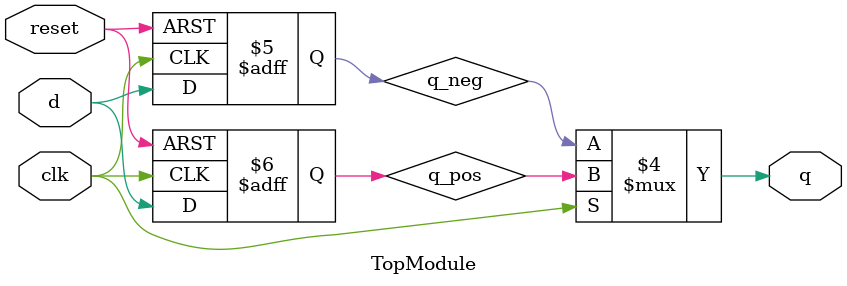
<source format=sv>
module TopModule (
    input logic clk,
    input logic d,
    input logic reset,
    output logic q
);

    logic q_pos, q_neg;

    always_ff @(posedge clk or posedge reset) begin
        if (reset)
            q_pos <= 1'b0;
        else
            q_pos <= d;
    end

    always_ff @(negedge clk or posedge reset) begin
        if (reset)
            q_neg <= 1'b0;
        else
            q_neg <= d;
    end

    always_comb begin
        q = clk ? q_pos : q_neg;
    end

endmodule
</source>
